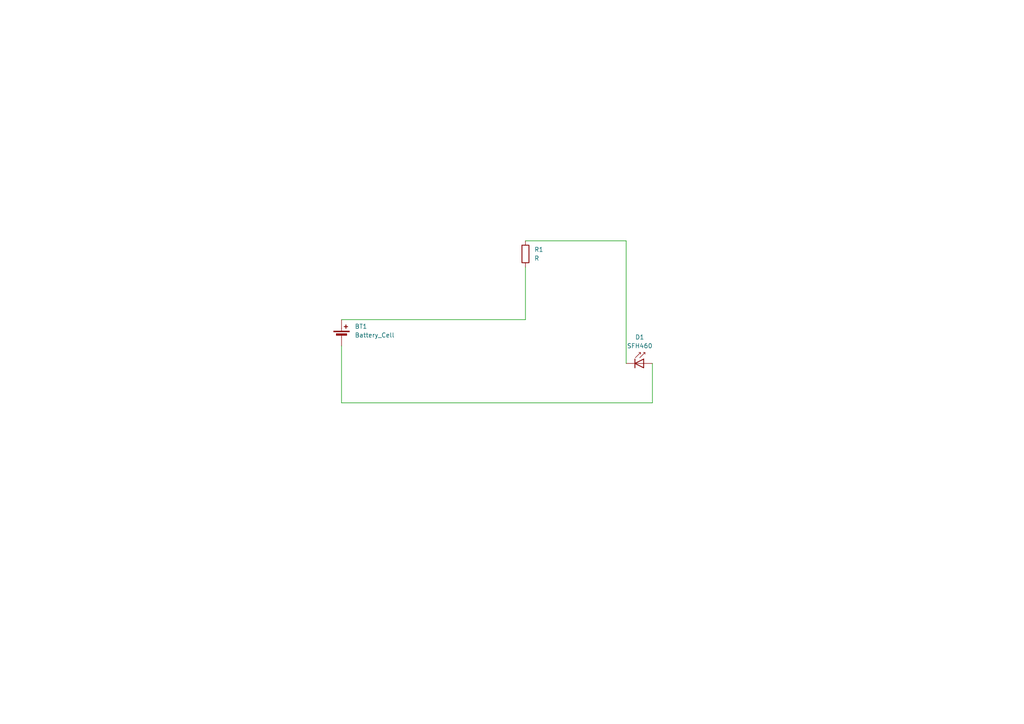
<source format=kicad_sch>
(kicad_sch (version 20231120) (generator "eeschema") (generator_version "8.0")
  (paper "A4")
  (lib_symbols
    (symbol "Device:Battery_Cell" (pin_numbers hide) (pin_names (offset 0) hide)
      (property "Reference" "BT" (at 2.54 2.54 0))
      (property "Value" "Battery_Cell" (at 2.54 0 0))
      (symbol "Battery_Cell_0_1"
        (rectangle (start -2.286 1.778) (end 2.286 1.524) (fill (type outline)))
        (rectangle (start -1.524 1.016) (end 1.524 0.508) (fill (type outline)))
        (polyline (pts (xy 0 0.762) (xy 0 0)))
        (polyline (pts (xy 0 1.778) (xy 0 2.54)))
        (polyline (pts (xy 0.762 3.048) (xy 1.778 3.048)) (stroke (width 0.254)))
        (polyline (pts (xy 1.27 3.556) (xy 1.27 2.54)) (stroke (width 0.254)))
      )
      (symbol "Battery_Cell_1_1"
        (pin passive line (at 0 5.08 270) (length 2.54) (name "+") (number "1"))
        (pin passive line (at 0 -2.54 90) (length 2.54) (name "-") (number "2"))
      )
    )
    (symbol "Device:R" (pin_numbers hide) (pin_names (offset 0))
      (property "Reference" "R" (at 2.032 0 90))
      (property "Value" "R" (at 0 0 90))
      (symbol "R_0_1"
        (rectangle (start -1.016 -2.54) (end 1.016 2.54) (stroke (width 0.254)))
      )
      (symbol "R_1_1"
        (pin passive line (at 0 3.81 270) (length 1.27) (name "~") (number "1"))
        (pin passive line (at 0 -3.81 90) (length 1.27) (name "~") (number "2"))
      )
    )
    (symbol "LED:SFH460" (pin_numbers hide) (pin_names (offset 1.016) hide)
      (property "Reference" "D" (at 0.508 1.778 0))
      (property "Value" "SFH460" (at -1.016 -2.794 0))
      (symbol "SFH460_0_1"
        (polyline (pts (xy -2.54 1.27) (xy -2.54 -1.27)) (stroke (width 0.254)))
        (polyline (pts (xy 0 0) (xy -2.54 0)))
        (polyline (pts (xy 0.381 3.175) (xy -0.127 3.175)))
        (polyline (pts (xy -1.143 1.651) (xy 0.381 3.175) (xy 0.381 2.667)))
        (polyline (pts (xy 0 1.27) (xy 0 -1.27) (xy -2.54 0) (xy 0 1.27)) (stroke (width 0.254)))
        (polyline (pts (xy -2.413 1.651) (xy -0.889 3.175) (xy -0.889 2.667) (xy -0.889 3.175) (xy -1.397 3.175)))
      )
      (symbol "SFH460_1_1"
        (pin passive line (at -5.08 0 0) (length 2.54) (name "K") (number "1"))
        (pin passive line (at 2.54 0 180) (length 2.54) (name "A") (number "2"))
      )
    )
  )
  (wire (pts (xy 181.61 69.85) (xy 181.61 105.41)))
  (wire (pts (xy 189.23 105.41) (xy 189.23 116.84)))
  (wire (pts (xy 152.4 92.71) (xy 152.4 77.47)))
  (wire (pts (xy 99.06 116.84) (xy 99.06 100.33)))
  (wire (pts (xy 189.23 116.84) (xy 99.06 116.84)))
  (wire (pts (xy 152.4 69.85) (xy 181.61 69.85)))
  (wire (pts (xy 99.06 92.71) (xy 152.4 92.71)))
  (symbol (lib_id "Device:Battery_Cell") (at 99.06 97.79 0) (unit 1)
    (property "Reference" "BT1" (at 102.87 94.6784 0) (effects (justify left)))
    (property "Value" "Battery_Cell" (at 102.87 97.2184 0) (effects (justify left)))
    (property "Footprint" "Battery:BatteryHolder_Seiko_MS621F" (effects (hide yes)))
    (property "Description" "Single-cell battery" (effects (hide yes)))
  )
  (symbol (lib_id "LED:SFH460") (at 186.69 105.41 0) (unit 1)
    (property "Reference" "D1" (at 185.547 97.79 0))
    (property "Value" "SFH460" (at 185.547 100.33 0))
    (property "Footprint" "Diode_SMD:D_0805_2012Metric_Pad1.15x1.40mm_HandSolder" (effects (hide yes)))
    (property "Datasheet" "http://www.osram-os.com/Graphics/XPic6/00029609_0.pdf/SFh%20460.pdf" (effects (hide yes)))
    (property "Description" "GaAlAs Infrared LED, TO-18 package" (effects (hide yes)))
  )
  (symbol (lib_id "Device:R") (at 152.4 73.66 0) (unit 1)
    (property "Reference" "R1" (at 154.94 72.3899 0) (effects (justify left)))
    (property "Value" "R" (at 154.94 74.9299 0) (effects (justify left)))
    (property "Footprint" "Resistor_SMD:R_0805_2012Metric_Pad1.20x1.40mm_HandSolder" (effects (hide yes)))
    (property "Description" "Resistor" (effects (hide yes)))
  )
)
</source>
